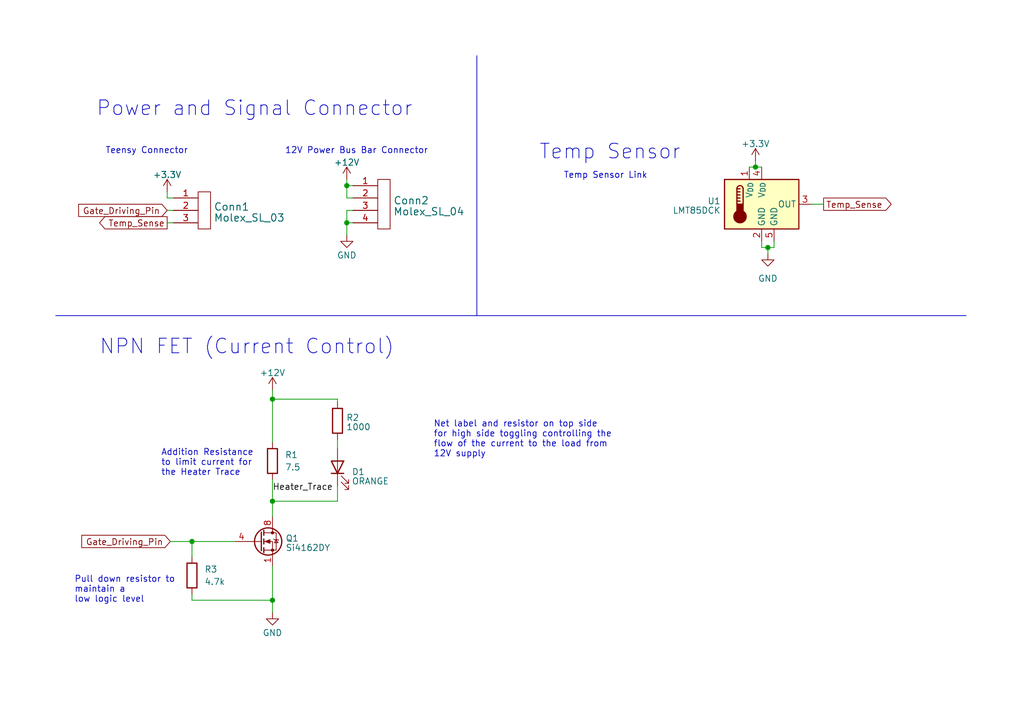
<source format=kicad_sch>
(kicad_sch (version 20230121) (generator eeschema)
  (paper "A5")
  (lib_symbols
    (symbol "Device:LED" (pin_numbers hide) (pin_names (offset 1.016) hide)
      (property "Reference" "D" (at 0 2.54 0))
      (property "Value" "LED" (at 0 -2.54 0))
      (symbol "LED_0_1"
        (polyline (pts (xy -1.27 -1.27) (xy -1.27 1.27)) (stroke (width 0.254)))
        (polyline (pts (xy -1.27 0) (xy 1.27 0)))
        (polyline (pts (xy 1.27 -1.27) (xy 1.27 1.27) (xy -1.27 0) (xy 1.27 -1.27)) (stroke (width 0.254)))
        (polyline (pts (xy -3.048 -0.762) (xy -4.572 -2.286) (xy -3.81 -2.286) (xy -4.572 -2.286) (xy -4.572 -1.524)))
        (polyline (pts (xy -1.778 -0.762) (xy -3.302 -2.286) (xy -2.54 -2.286) (xy -3.302 -2.286) (xy -3.302 -1.524)))
      )
      (symbol "LED_1_1"
        (pin passive line (at -3.81 0 0) (length 2.54) (name "K") (number "1"))
        (pin passive line (at 3.81 0 180) (length 2.54) (name "A") (number "2"))
      )
    )
    (symbol "Device:R" (pin_numbers hide) (pin_names (offset 0))
      (property "Reference" "R" (at 2.032 0 90))
      (property "Value" "R" (at 0 0 90))
      (symbol "R_0_1"
        (rectangle (start -1.016 -2.54) (end 1.016 2.54) (stroke (width 0.254)))
      )
      (symbol "R_1_1"
        (pin passive line (at 0 3.81 270) (length 1.27) (name "~") (number "1"))
        (pin passive line (at 0 -3.81 90) (length 1.27) (name "~") (number "2"))
      )
    )
    (symbol "MRDT_Connectors:Molex_SL_03" (pin_names (offset 1.016))
      (property "Reference" "Conn" (at 3.81 -1.27 0))
      (property "Value" "Molex_SL_03" (at 1.27 8.89 0))
      (symbol "Molex_SL_03_0_1"
        (rectangle (start 0 7.62) (end 2.54 0))
      )
      (symbol "Molex_SL_03_1_1"
        (pin input line (at -5.08 6.35 0) (length 5.08) (name "~") (number "1"))
        (pin input line (at -5.08 3.81 0) (length 5.08) (name "~") (number "2"))
        (pin input line (at -5.08 1.27 0) (length 5.08) (name "~") (number "3"))
      )
    )
    (symbol "MRDT_Connectors:Molex_SL_04" (pin_names (offset 1.016))
      (property "Reference" "Conn" (at 3.81 -1.27 0))
      (property "Value" "Molex_SL_04" (at 1.27 11.43 0))
      (symbol "Molex_SL_04_0_1"
        (rectangle (start 0 10.16) (end 2.54 0))
      )
      (symbol "Molex_SL_04_1_1"
        (pin input line (at -5.08 8.89 0) (length 5.08) (name "~") (number "1"))
        (pin input line (at -5.08 6.35 0) (length 5.08) (name "~") (number "2"))
        (pin input line (at -5.08 3.81 0) (length 5.08) (name "~") (number "3"))
        (pin input line (at -5.08 1.27 0) (length 5.08) (name "~") (number "4"))
      )
    )
    (symbol "Sensor_Temperature:LMT85DCK"
      (property "Reference" "U" (at -6.35 6.35 0))
      (property "Value" "LMT85DCK" (at 5.08 6.35 0))
      (symbol "LMT85DCK_0_1"
        (rectangle (start -7.62 5.08) (end 7.62 -5.08) (stroke (width 0.254)) (fill (type background)))
        (circle (center -4.445 -2.54) (radius 1.27) (stroke (width 0.254)) (fill (type outline)))
        (rectangle (start -3.81 -1.905) (end -5.08 0) (stroke (width 0.254)) (fill (type outline)))
        (arc (start -3.81 3.175) (mid -4.445 3.8073) (end -5.08 3.175) (stroke (width 0.254)))
        (polyline (pts (xy -5.08 0.635) (xy -4.445 0.635)) (stroke (width 0.254)))
        (polyline (pts (xy -5.08 1.27) (xy -4.445 1.27)) (stroke (width 0.254)))
        (polyline (pts (xy -5.08 1.905) (xy -4.445 1.905)) (stroke (width 0.254)))
        (polyline (pts (xy -5.08 2.54) (xy -4.445 2.54)) (stroke (width 0.254)))
        (polyline (pts (xy -5.08 3.175) (xy -5.08 0)) (stroke (width 0.254)))
        (polyline (pts (xy -5.08 3.175) (xy -4.445 3.175)) (stroke (width 0.254)))
        (polyline (pts (xy -3.81 3.175) (xy -3.81 0)) (stroke (width 0.254)))
      )
      (symbol "LMT85DCK_1_1"
        (pin power_in line (at -2.54 7.62 270) (length 2.54) (name "V_{DD}") (number "1"))
        (pin power_in line (at 0 -7.62 90) (length 2.54) (name "GND") (number "2"))
        (pin output line (at 10.16 0 180) (length 2.54) (name "OUT") (number "3"))
        (pin power_in line (at 0 7.62 270) (length 2.54) (name "V_{DD}") (number "4"))
        (pin power_in line (at 2.54 -7.62 90) (length 2.54) (name "GND") (number "5"))
      )
    )
    (symbol "Transistor_FET:Si4162DY" (pin_names hide)
      (property "Reference" "Q" (at 5.08 2.54 0))
      (property "Value" "Si4162DY" (at 5.08 0 0))
      (symbol "Si4162DY_0_1"
        (polyline (pts (xy 0.254 0) (xy -2.54 0)))
        (polyline (pts (xy 0.254 1.905) (xy 0.254 -1.905)) (stroke (width 0.254)))
        (polyline (pts (xy 0.762 -1.27) (xy 0.762 -2.286)) (stroke (width 0.254)))
        (polyline (pts (xy 0.762 0.508) (xy 0.762 -0.508)) (stroke (width 0.254)))
        (polyline (pts (xy 0.762 2.286) (xy 0.762 1.27)) (stroke (width 0.254)))
        (polyline (pts (xy 2.54 2.54) (xy 2.54 1.778)))
        (polyline (pts (xy 2.54 -2.54) (xy 2.54 0) (xy 0.762 0)))
        (polyline (pts (xy 0.762 -1.778) (xy 3.302 -1.778) (xy 3.302 1.778) (xy 0.762 1.778)))
        (polyline (pts (xy 1.016 0) (xy 2.032 0.381) (xy 2.032 -0.381) (xy 1.016 0)) (fill (type outline)))
        (polyline (pts (xy 2.794 0.508) (xy 2.921 0.381) (xy 3.683 0.381) (xy 3.81 0.254)))
        (polyline (pts (xy 3.302 0.381) (xy 2.921 -0.254) (xy 3.683 -0.254) (xy 3.302 0.381)))
        (circle (center 1.651 0) (radius 2.794) (stroke (width 0.254)))
        (circle (center 2.54 -1.778) (radius 0.254) (fill (type outline)))
        (circle (center 2.54 1.778) (radius 0.254) (fill (type outline)))
      )
      (symbol "Si4162DY_1_1"
        (pin passive line (at 2.54 -5.08 90) (length 2.54) (name "S") (number "1"))
        (pin passive line (at 2.54 -5.08 90) (length 2.54) hide (name "S") (number "2"))
        (pin passive line (at 2.54 -5.08 90) (length 2.54) hide (name "S") (number "3"))
        (pin input line (at -5.08 0 0) (length 2.54) (name "G") (number "4"))
        (pin passive line (at 2.54 5.08 270) (length 2.54) hide (name "D") (number "5"))
        (pin passive line (at 2.54 5.08 270) (length 2.54) hide (name "D") (number "6"))
        (pin passive line (at 2.54 5.08 270) (length 2.54) hide (name "D") (number "7"))
        (pin passive line (at 2.54 5.08 270) (length 2.54) (name "D") (number "8"))
      )
    )
    (symbol "power:+12V" (power) (pin_names (offset 0))
      (property "Value" "+12V" (at 0 3.556 0))
      (symbol "+12V_0_1"
        (polyline (pts (xy -0.762 1.27) (xy 0 2.54)))
        (polyline (pts (xy 0 0) (xy 0 2.54)))
        (polyline (pts (xy 0 2.54) (xy 0.762 1.27)))
      )
      (symbol "+12V_1_1"
        (pin power_in line (at 0 0 90) (length 0) hide (name "+12V") (number "1"))
      )
    )
    (symbol "power:+3.3V" (power) (pin_names (offset 0))
      (property "Value" "+3.3V" (at 0 3.556 0))
      (symbol "+3.3V_0_1"
        (polyline (pts (xy -0.762 1.27) (xy 0 2.54)))
        (polyline (pts (xy 0 0) (xy 0 2.54)))
        (polyline (pts (xy 0 2.54) (xy 0.762 1.27)))
      )
      (symbol "+3.3V_1_1"
        (pin power_in line (at 0 0 90) (length 0) hide (name "+3.3V") (number "1"))
      )
    )
    (symbol "power:GND" (power) (pin_names (offset 0))
      (property "Value" "GND" (at 0 -3.81 0))
      (symbol "GND_0_1"
        (polyline (pts (xy 0 0) (xy 0 -1.27) (xy 1.27 -1.27) (xy 0 -2.54) (xy -1.27 -1.27) (xy 0 -1.27)))
      )
      (symbol "GND_1_1"
        (pin power_in line (at 0 0 270) (length 0) hide (name "GND") (number "1"))
      )
    )
  )
  (junction (at 39.37 111.125))
  (junction (at 154.94 34.29))
  (junction (at 157.48 50.8))
  (junction (at 55.88 102.87))
  (junction (at 71.12 38.1))
  (junction (at 71.12 45.72))
  (junction (at 55.88 123.19))
  (junction (at 55.88 81.915))
  (polyline (pts (xy 97.79 11.43) (xy 97.79 64.77)))
  (wire (pts (xy 154.94 34.29) (xy 156.21 34.29)))
  (wire (pts (xy 71.12 43.18) (xy 72.39 43.18)))
  (wire (pts (xy 39.37 111.125) (xy 48.26 111.125)))
  (wire (pts (xy 69.215 99.695) (xy 69.215 102.87)))
  (wire (pts (xy 71.12 40.64) (xy 71.12 38.1)))
  (wire (pts (xy 34.29 45.72) (xy 35.56 45.72)))
  (wire (pts (xy 69.215 81.915) (xy 69.215 82.55)))
  (wire (pts (xy 39.37 121.92) (xy 39.37 123.19)))
  (wire (pts (xy 69.215 81.915) (xy 55.88 81.915)))
  (wire (pts (xy 156.21 50.8) (xy 157.48 50.8)))
  (wire (pts (xy 39.37 123.19) (xy 55.88 123.19)))
  (wire (pts (xy 55.88 102.87) (xy 55.88 106.045)))
  (wire (pts (xy 34.925 111.125) (xy 39.37 111.125)))
  (wire (pts (xy 71.12 38.1) (xy 71.12 36.83)))
  (wire (pts (xy 154.94 34.29) (xy 154.94 33.02)))
  (wire (pts (xy 69.215 90.17) (xy 69.215 92.075)))
  (wire (pts (xy 166.37 41.91) (xy 168.91 41.91)))
  (wire (pts (xy 71.12 45.72) (xy 71.12 43.18)))
  (wire (pts (xy 34.29 40.64) (xy 34.29 39.37)))
  (wire (pts (xy 158.75 49.53) (xy 158.75 50.8)))
  (wire (pts (xy 158.75 50.8) (xy 157.48 50.8)))
  (wire (pts (xy 71.12 45.72) (xy 72.39 45.72)))
  (wire (pts (xy 55.88 81.915) (xy 55.88 90.805)))
  (polyline (pts (xy 11.43 64.77) (xy 97.79 64.77)))
  (wire (pts (xy 35.56 40.64) (xy 34.29 40.64)))
  (wire (pts (xy 157.48 50.8) (xy 157.48 52.07)))
  (wire (pts (xy 34.29 43.18) (xy 35.56 43.18)))
  (wire (pts (xy 55.88 80.01) (xy 55.88 81.915)))
  (wire (pts (xy 39.37 114.3) (xy 39.37 111.125)))
  (wire (pts (xy 55.88 116.205) (xy 55.88 123.19)))
  (wire (pts (xy 69.215 102.87) (xy 55.88 102.87)))
  (polyline (pts (xy 97.79 64.77) (xy 198.12 64.77)))
  (wire (pts (xy 55.88 123.19) (xy 55.88 125.73)))
  (wire (pts (xy 156.21 49.53) (xy 156.21 50.8)))
  (wire (pts (xy 55.88 98.425) (xy 55.88 102.87)))
  (wire (pts (xy 72.39 40.64) (xy 71.12 40.64)))
  (wire (pts (xy 153.67 34.29) (xy 154.94 34.29)))
  (wire (pts (xy 71.12 48.26) (xy 71.12 45.72)))
  (wire (pts (xy 71.12 38.1) (xy 72.39 38.1)))
  (text "Addition Resistance\nto limit current for\nthe Heater Trace" (at 33.02 97.79 0) (effects (font (size 1.27 1.27)) (justify left bottom)))
  (text "12V Power Bus Bar Connector" (at 58.42 31.75 0) (effects (font (size 1.27 1.27)) (justify left bottom)))
  (text "Net label and resistor on top side\nfor high side toggling controlling the\nflow of the current to the load from \n12V supply" (at 88.9 93.98 0) (effects (font (size 1.27 1.27)) (justify left bottom)))
  (text "Temp Sensor Link" (at 115.57 36.83 0) (effects (font (size 1.27 1.27)) (justify left bottom)))
  (text "Teensy Connector\n" (at 21.59 31.75 0) (effects (font (size 1.27 1.27)) (justify left bottom)))
  (text "Power and Signal Connector\n" (at 19.685 24.13 0) (effects (font (size 3 3)) (justify left bottom)))
  (text "NPN FET (Current Control)" (at 20.32 73.025 0) (effects (font (size 3 3)) (justify left bottom)))
  (text "Temp Sensor" (at 110.49 33.02 0) (effects (font (size 3 3)) (justify left bottom)))
  (text "Pull down resistor to \nmaintain a \nlow logic level" (at 15.24 123.825 0) (effects (font (size 1.27 1.27)) (justify left bottom)))
  (label "Heater_Trace" (at 55.88 100.965 0))
  (global_label "Gate_Driving_Pin" (shape input) (at 34.925 111.125 180) (property "Intersheetrefs" "${INTERSHEET_REFS}" (effects hide)))
  (global_label "Gate_Driving_Pin" (shape input) (at 34.29 43.18 180) (property "Intersheetrefs" "${INTERSHEET_REFS}" (effects hide)))
  (global_label "Temp_Sense" (shape output) (at 168.91 41.91 0) (property "Intersheetrefs" "${INTERSHEET_REFS}" (effects hide)))
  (global_label "Temp_Sense" (shape output) (at 34.29 45.72 180) (property "Intersheetrefs" "${INTERSHEET_REFS}" (effects hide)))
  (symbol (lib_id "Device:R") (at 69.215 86.36 0) (unit 1)
    (property "Reference" "R2" (at 70.993 85.7163 0) (effects (justify left)))
    (property "Value" "1000" (at 70.993 87.6373 0) (effects (justify left)))
    (property "Footprint" "Resistor_SMD:R_0603_1608Metric_Pad0.98x0.95mm_HandSolder" (effects hide))
  )
  (symbol (lib_id "power:+3.3V") (at 34.29 39.37 0) (unit 1)
    (property "Reference" "#PWR04" (effects hide))
    (property "Value" "+3.3V" (at 34.29 35.8681 0))
  )
  (symbol (lib_id "Sensor_Temperature:LMT85DCK") (at 156.21 41.91 0) (unit 1)
    (property "Reference" "U1" (at 147.8281 41.2663 0) (effects (justify right)))
    (property "Value" "LMT85DCK" (at 147.8281 43.1873 0) (effects (justify right)))
    (property "Footprint" "Package_TO_SOT_SMD:SOT-353_SC-70-5" (effects hide))
    (property "Datasheet" "http://www.ti.com/lit/ds/symlink/lmt85-q1.pdf" (effects hide))
  )
  (symbol (lib_id "power:+12V") (at 55.88 80.01 0) (unit 1)
    (property "Reference" "#PWR05" (effects hide))
    (property "Value" "+12V" (at 55.88 76.5081 0))
  )
  (symbol (lib_id "power:GND") (at 55.88 125.73 0) (unit 1)
    (property "Reference" "#PWR07" (effects hide))
    (property "Value" "GND" (at 55.88 129.8655 0))
  )
  (symbol (lib_id "power:GND") (at 157.48 52.07 0) (unit 1)
    (property "Reference" "#PWR03" (effects hide))
    (property "Value" "GND" (at 157.48 57.15 0))
  )
  (symbol (lib_id "power:+12V") (at 71.12 36.83 0) (unit 1)
    (property "Reference" "#PWR01" (effects hide))
    (property "Value" "+12V" (at 71.12 33.3281 0))
  )
  (symbol (lib_id "Transistor_FET:Si4162DY") (at 53.34 111.125 0) (unit 1)
    (property "Reference" "Q1" (at 58.547 110.4813 0) (effects (justify left)))
    (property "Value" "Si4162DY" (at 58.547 112.4023 0) (effects (justify left)))
    (property "Footprint" "Package_SO:SOIC-8_3.9x4.9mm_P1.27mm" (effects hide))
    (property "Datasheet" "https://www.mouser.com/ProductDetail/Vishay-Semiconductors/SI4156DY-T1-GE3?qs=kt16UJ73eEGzTW6XmysdCQ%3D%3D&utm_source=netcomponents&utm_medium=aggregator&utm_campaign=SI4156DY-T1-GE3&utm_content=Vishay" (effects hide))
  )
  (symbol (lib_id "power:+3.3V") (at 154.94 33.02 0) (unit 1)
    (property "Reference" "#PWR06" (effects hide))
    (property "Value" "+3.3V" (at 154.94 29.5181 0))
  )
  (symbol (lib_id "MRDT_Connectors:Molex_SL_04") (at 77.47 46.99 0) (unit 1)
    (property "Reference" "Conn2" (at 80.645 41.163 0) (effects (font (size 1.524 1.524)) (justify left)))
    (property "Value" "Molex_SL_04" (at 80.645 43.4172 0) (effects (font (size 1.524 1.524)) (justify left)))
    (property "Footprint" "MRDT_Connectors:MOLEX_SL_04_Horizontal" (effects hide))
  )
  (symbol (lib_id "Device:LED") (at 69.215 95.885 90) (unit 1)
    (property "Reference" "D1" (at 72.136 96.8288 90) (effects (justify right)))
    (property "Value" "ORANGE" (at 72.136 98.7498 90) (effects (justify right)))
    (property "Footprint" "LED_SMD:LED_0603_1608Metric_Pad1.05x0.95mm_HandSolder" (effects hide))
  )
  (symbol (lib_id "Device:R") (at 55.88 94.615 0) (unit 1)
    (property "Reference" "R1" (at 58.42 93.345 0) (effects (justify left)))
    (property "Value" "7.5" (at 58.42 95.885 0) (effects (justify left)))
    (property "Footprint" "Package_TO_SOT_THT:TO-126-2_Horizontal_TabDown" (effects hide))
  )
  (symbol (lib_id "power:GND") (at 71.12 48.26 0) (unit 1)
    (property "Reference" "#PWR08" (effects hide))
    (property "Value" "GND" (at 71.12 52.3955 0))
  )
  (symbol (lib_id "MRDT_Connectors:Molex_SL_03") (at 40.64 46.99 0) (unit 1)
    (property "Reference" "Conn1" (at 43.815 42.433 0) (effects (font (size 1.524 1.524)) (justify left)))
    (property "Value" "Molex_SL_03" (at 43.815 44.6872 0) (effects (font (size 1.524 1.524)) (justify left)))
    (property "Footprint" "MRDT_Connectors:MOLEX_SL_03_Horizontal" (effects hide))
  )
  (symbol (lib_id "Device:R") (at 39.37 118.11 0) (unit 1)
    (property "Reference" "R3" (at 41.91 116.84 0) (effects (justify left)))
    (property "Value" "4.7k" (at 41.91 119.38 0) (effects (justify left)))
    (property "Footprint" "Resistor_SMD:R_0603_1608Metric_Pad0.98x0.95mm_HandSolder" (effects hide))
  )
)
</source>
